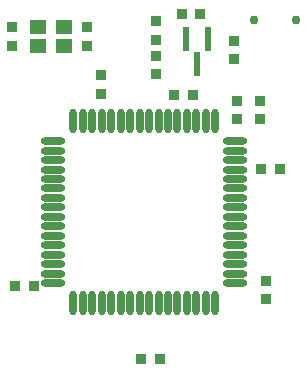
<source format=gtp>
G04*
G04 #@! TF.GenerationSoftware,Altium Limited,Altium Designer,24.2.2 (26)*
G04*
G04 Layer_Color=8421504*
%FSLAX44Y44*%
%MOMM*%
G71*
G04*
G04 #@! TF.SameCoordinates,DD90BFA2-8126-46E7-AA9B-D1BD1CD96E7C*
G04*
G04*
G04 #@! TF.FilePolarity,Positive*
G04*
G01*
G75*
%ADD15R,0.8500X0.8500*%
%ADD16O,2.0500X0.6000*%
%ADD17O,0.6000X2.0500*%
%ADD18R,0.6000X2.1000*%
%ADD19R,1.4000X1.1500*%
%ADD20R,0.8500X0.8500*%
%ADD21C,0.7620*%
D15*
X857250Y1043810D02*
D03*
Y1059310D02*
D03*
X1045210Y1047880D02*
D03*
Y1032380D02*
D03*
X1071880Y829180D02*
D03*
Y844680D02*
D03*
X979170Y1035180D02*
D03*
Y1019680D02*
D03*
X920750Y1043810D02*
D03*
Y1059310D02*
D03*
X979170Y1064390D02*
D03*
Y1048890D02*
D03*
X932180Y1018670D02*
D03*
Y1003170D02*
D03*
X1047750Y997080D02*
D03*
Y981580D02*
D03*
X1066800Y981450D02*
D03*
Y996950D02*
D03*
D16*
X892010Y962970D02*
D03*
Y954970D02*
D03*
Y946970D02*
D03*
Y938970D02*
D03*
Y930970D02*
D03*
Y922970D02*
D03*
Y914970D02*
D03*
Y906970D02*
D03*
Y898970D02*
D03*
Y890970D02*
D03*
Y882970D02*
D03*
Y874970D02*
D03*
Y866970D02*
D03*
Y858970D02*
D03*
Y850970D02*
D03*
Y842970D02*
D03*
X1046010D02*
D03*
Y850970D02*
D03*
Y858970D02*
D03*
Y866970D02*
D03*
Y874970D02*
D03*
Y882970D02*
D03*
Y890970D02*
D03*
Y898970D02*
D03*
Y906970D02*
D03*
Y914970D02*
D03*
Y922970D02*
D03*
Y930970D02*
D03*
Y938970D02*
D03*
Y946970D02*
D03*
Y954970D02*
D03*
Y962970D02*
D03*
D17*
X909010Y825970D02*
D03*
X917010D02*
D03*
X925010D02*
D03*
X933010D02*
D03*
X941010D02*
D03*
X949010D02*
D03*
X957010D02*
D03*
X965010D02*
D03*
X973010D02*
D03*
X981010D02*
D03*
X989010D02*
D03*
X997010D02*
D03*
X1005010D02*
D03*
X1013010D02*
D03*
X1021010D02*
D03*
X1029010D02*
D03*
Y979970D02*
D03*
X1021010D02*
D03*
X1013010D02*
D03*
X1005010D02*
D03*
X997010D02*
D03*
X989010D02*
D03*
X981010D02*
D03*
X973010D02*
D03*
X965010D02*
D03*
X957010D02*
D03*
X949010D02*
D03*
X941010D02*
D03*
X933010D02*
D03*
X925010D02*
D03*
X917010D02*
D03*
X909010D02*
D03*
D18*
X1022960Y1049360D02*
D03*
X1003960D02*
D03*
X1013460Y1028360D02*
D03*
D19*
X879270Y1043560D02*
D03*
X901270D02*
D03*
Y1059560D02*
D03*
X879270D02*
D03*
D20*
X1016130Y1070610D02*
D03*
X1000630D02*
D03*
X859660Y840740D02*
D03*
X875160D02*
D03*
X1083440Y939800D02*
D03*
X1067940D02*
D03*
X966340Y778510D02*
D03*
X981840D02*
D03*
X1009780Y1002030D02*
D03*
X994280D02*
D03*
D21*
X1097280Y1065530D02*
D03*
X1061720D02*
D03*
M02*

</source>
